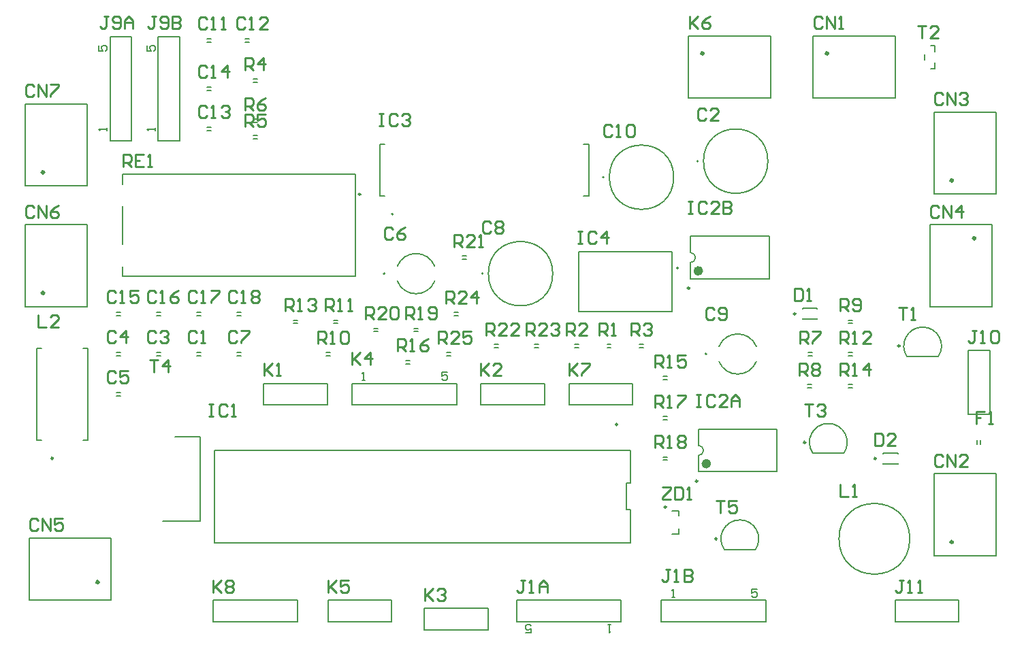
<source format=gto>
G04*
G04 #@! TF.GenerationSoftware,Altium Limited,Altium Designer,24.2.2 (26)*
G04*
G04 Layer_Color=65535*
%FSLAX44Y44*%
%MOMM*%
G71*
G04*
G04 #@! TF.SameCoordinates,10A94CF6-3787-4B2F-9572-986175F5FC9A*
G04*
G04*
G04 #@! TF.FilePolarity,Positive*
G04*
G01*
G75*
%ADD10C,0.4000*%
%ADD11C,0.2000*%
%ADD12C,0.1270*%
%ADD13C,0.6000*%
%ADD14C,0.2500*%
%ADD15C,0.1524*%
%ADD16C,0.2540*%
D10*
X-1135000Y56000D02*
G03*
X-1135000Y56000I-1000J0D01*
G01*
X-228000Y714000D02*
G03*
X-228000Y714000I-1000J0D01*
G01*
X-73000Y106000D02*
G03*
X-73000Y106000I-1000J0D01*
G01*
X-45000Y484000D02*
G03*
X-45000Y484000I-1000J0D01*
G01*
X-1203000Y566000D02*
G03*
X-1203000Y566000I-1000J0D01*
G01*
Y416000D02*
G03*
X-1203000Y416000I-1000J0D01*
G01*
X-73000Y556000D02*
G03*
X-73000Y556000I-1000J0D01*
G01*
X-383000Y714000D02*
G03*
X-383000Y714000I-1000J0D01*
G01*
D11*
X-506100Y560000D02*
G03*
X-506100Y560000I-1000J0D01*
G01*
X-768500Y514050D02*
G03*
X-768500Y514050I-1000J0D01*
G01*
X-378630Y340000D02*
G03*
X-378630Y340000I-1000J0D01*
G01*
X-399000Y453650D02*
G03*
X-399000Y466350I0J6350D01*
G01*
X-389000Y580000D02*
G03*
X-389000Y580000I-1000J0D01*
G01*
X-389000Y213650D02*
G03*
X-389000Y226350I0J6350D01*
G01*
X-207961Y216649D02*
G03*
X-246637Y216645I-19339J13352D01*
G01*
X-90661Y336648D02*
G03*
X-129337Y336645I-19339J13352D01*
G01*
X-414000Y447000D02*
G03*
X-414000Y447000I-1000J0D01*
G01*
X-656500Y440000D02*
G03*
X-656500Y440000I-1000J0D01*
G01*
X-317961Y96649D02*
G03*
X-356637Y96645I-19339J13352D01*
G01*
X-126000Y110000D02*
G03*
X-126000Y110000I-44000J0D01*
G01*
X-778630Y440000D02*
G03*
X-778630Y440000I-1000J0D01*
G01*
X-1119000Y34000D02*
Y111000D01*
X-1221000D02*
X-1119000D01*
X-1221000Y34000D02*
Y111000D01*
Y34000D02*
X-1119000D01*
X-999600Y727750D02*
X-994600D01*
X-999600Y732250D02*
X-994600D01*
X-952250D02*
X-947250D01*
X-952250Y727750D02*
X-947250D01*
X-999600Y622250D02*
X-994600D01*
X-999600Y617750D02*
X-994600D01*
X-999600Y672250D02*
X-994600D01*
X-999600Y667750D02*
X-994600D01*
X-1120550Y735000D02*
X-1093650D01*
X-1120550Y605000D02*
Y735000D01*
Y605000D02*
X-1093650D01*
Y735000D01*
X-1060550D02*
X-1033650D01*
X-1060550Y605000D02*
Y735000D01*
Y605000D02*
X-1033650D01*
Y735000D01*
X-942000Y678000D02*
X-937000D01*
X-942000Y682000D02*
X-937000D01*
X-942000Y608000D02*
X-937000D01*
X-942000Y612000D02*
X-937000D01*
X-942000Y628000D02*
X-937000D01*
X-942000Y632000D02*
X-937000D01*
X-301000Y433500D02*
Y486500D01*
X-399000Y466350D02*
Y486500D01*
Y433500D02*
Y453650D01*
Y486500D02*
X-301000D01*
X-399000Y433500D02*
X-301000D01*
X-1112500Y337750D02*
X-1107500D01*
X-1112500Y342250D02*
X-1107500D01*
X-252500Y338000D02*
X-247500D01*
X-252500Y342000D02*
X-247500D01*
X-253000Y298000D02*
X-248000D01*
X-253000Y302000D02*
X-248000D01*
X-202500Y378000D02*
X-197500D01*
X-202500Y382000D02*
X-197500D01*
X-246000Y659000D02*
Y736000D01*
Y659000D02*
X-144000D01*
Y736000D01*
X-246000D02*
X-144000D01*
X-1112500Y392250D02*
X-1107500D01*
X-1112500Y387750D02*
X-1107500D01*
X-852000Y342000D02*
X-847000D01*
X-852000Y338000D02*
X-847000D01*
X-1062500Y392250D02*
X-1057500D01*
X-1062500Y387750D02*
X-1057500D01*
X-842500Y382000D02*
X-837500D01*
X-842500Y378000D02*
X-837500D01*
X-892500Y382000D02*
X-887500D01*
X-892500Y378000D02*
X-887500D01*
X-202500Y342000D02*
X-197500D01*
X-202500Y338000D02*
X-197500D01*
X-202500Y302000D02*
X-197500D01*
X-202500Y298000D02*
X-197500D01*
X-432500Y312000D02*
X-427500D01*
X-432500Y308000D02*
X-427500D01*
X-1012500Y392250D02*
X-1007500D01*
X-1012500Y387750D02*
X-1007500D01*
X-752500Y332000D02*
X-747500D01*
X-752500Y328000D02*
X-747500D01*
X-291000Y193500D02*
Y246500D01*
X-389000Y226350D02*
Y246500D01*
Y193500D02*
Y213650D01*
Y246500D02*
X-291000D01*
X-389000Y193500D02*
X-291000D01*
X-432500Y262000D02*
X-427500D01*
X-432500Y258000D02*
X-427500D01*
X-962500Y392250D02*
X-957500D01*
X-962500Y387750D02*
X-957500D01*
X-246637Y216650D02*
X-207963D01*
X-792500Y372000D02*
X-787500D01*
X-792500Y368000D02*
X-787500D01*
X-682500Y462000D02*
X-677500D01*
X-682500Y458000D02*
X-677500D01*
X-1040000Y237300D02*
X-1008050D01*
Y131900D02*
Y237300D01*
X-1054950Y131900D02*
X-1008050D01*
X-432500Y212000D02*
X-427500D01*
X-432500Y208000D02*
X-427500D01*
X-129337Y336650D02*
X-90663D01*
X-1211500Y233100D02*
Y346900D01*
Y233100D02*
X-1205600D01*
X-1211500Y346900D02*
X-1205600D01*
X-1154400Y233100D02*
X-1148500D01*
X-1154400Y346900D02*
X-1148500D01*
Y233100D02*
Y346900D01*
X-107898Y706440D02*
Y712560D01*
X-100129Y695000D02*
X-94898D01*
Y715940D02*
Y724000D01*
Y695000D02*
Y703060D01*
X-100129Y724000D02*
X-94898D01*
X-742500Y372000D02*
X-737500D01*
X-742500Y368000D02*
X-737500D01*
X-96000Y89000D02*
X-19000D01*
Y191000D01*
X-96000D02*
X-19000D01*
X-96000Y89000D02*
Y191000D01*
X-101000Y501000D02*
X-24000D01*
X-101000Y399000D02*
Y501000D01*
Y399000D02*
X-24000D01*
Y501000D01*
X-144200Y33450D02*
X-65000D01*
Y6550D02*
Y33450D01*
X-144200Y6550D02*
X-65000D01*
X-144200D02*
Y33450D01*
X-26550Y265000D02*
Y344200D01*
X-53450Y265000D02*
X-26550D01*
X-53450D02*
Y344200D01*
X-26550D01*
X-1226000Y549000D02*
X-1149000D01*
Y651000D01*
X-1226000D02*
X-1149000D01*
X-1226000Y549000D02*
Y651000D01*
Y399000D02*
X-1149000D01*
Y501000D01*
X-1226000D02*
X-1149000D01*
X-1226000Y399000D02*
Y501000D01*
X-38000Y227500D02*
Y232500D01*
X-42000Y227500D02*
Y232500D01*
X-592500Y352000D02*
X-587500D01*
X-592500Y348000D02*
X-587500D01*
X-642500Y352000D02*
X-637500D01*
X-642500Y348000D02*
X-637500D01*
X-356637Y96650D02*
X-317964D01*
X-159000Y215765D02*
Y216750D01*
Y203250D02*
Y204235D01*
Y203250D02*
X-141000D01*
Y215765D02*
Y216750D01*
Y203250D02*
Y204235D01*
X-159000Y216750D02*
X-141000D01*
X-702000Y342000D02*
X-697000D01*
X-702000Y338000D02*
X-697000D01*
X-692500Y392000D02*
X-687500D01*
X-692500Y388000D02*
X-687500D01*
X-421650Y145100D02*
X-413500D01*
Y138500D02*
Y145100D01*
X-421650Y115900D02*
X-413500D01*
Y122500D01*
X-1105000Y436500D02*
X-815000D01*
X-1105000Y551250D02*
Y563500D01*
Y476250D02*
Y523750D01*
Y436500D02*
Y448750D01*
Y563500D02*
X-815000D01*
Y436500D02*
Y563500D01*
X-96000Y539000D02*
X-19000D01*
Y641000D01*
X-96000D02*
X-19000D01*
X-96000Y539000D02*
Y641000D01*
X-305000Y6550D02*
Y33450D01*
X-435000D02*
X-305000D01*
X-435000Y6550D02*
Y33450D01*
Y6550D02*
X-305000D01*
X-615000D02*
Y33450D01*
Y6550D02*
X-485000D01*
Y33450D01*
X-615000D02*
X-485000D01*
X-259000Y395765D02*
Y396750D01*
Y383250D02*
Y384235D01*
Y383250D02*
X-241000D01*
Y395765D02*
Y396750D01*
Y383250D02*
Y384235D01*
X-259000Y396750D02*
X-241000D01*
X-1012500Y337750D02*
X-1007500D01*
X-1012500Y342250D02*
X-1007500D01*
X-659600Y303450D02*
X-580400D01*
Y276550D02*
Y303450D01*
X-659600Y276550D02*
X-580400D01*
X-659600D02*
Y303450D01*
X-929600D02*
X-850400D01*
Y276550D02*
Y303450D01*
X-929600Y276550D02*
X-850400D01*
X-929600D02*
Y303450D01*
X-1062500Y337750D02*
X-1057500D01*
X-1062500Y342250D02*
X-1057500D01*
X-1112500Y287750D02*
X-1107500D01*
X-1112500Y292250D02*
X-1107500D01*
X-473138Y179312D02*
Y220475D01*
X-478137Y179312D02*
X-473138D01*
X-478137Y146382D02*
Y179312D01*
Y146382D02*
X-473138D01*
Y105220D02*
Y146382D01*
X-990663Y105220D02*
X-473138D01*
X-990663D02*
Y220475D01*
X-473138D01*
X-542500Y348000D02*
X-537500D01*
X-542500Y352000D02*
X-537500D01*
X-502500Y348000D02*
X-497500D01*
X-502500Y352000D02*
X-497500D01*
X-729600Y-3450D02*
X-650400D01*
X-729600D02*
Y23450D01*
X-650400D01*
Y-3450D02*
Y23450D01*
X-689600Y276550D02*
Y303450D01*
X-819600D02*
X-689600D01*
X-819600Y276550D02*
Y303450D01*
Y276550D02*
X-689600D01*
X-849600Y6550D02*
X-770400D01*
X-849600D02*
Y33450D01*
X-770400D01*
Y6550D02*
Y33450D01*
X-401000Y659000D02*
Y736000D01*
Y659000D02*
X-299000D01*
Y736000D01*
X-401000D02*
X-299000D01*
X-962500Y337750D02*
X-957500D01*
X-962500Y342250D02*
X-957500D01*
X-462500Y348000D02*
X-457500D01*
X-462500Y352000D02*
X-457500D01*
X-549600Y303450D02*
X-470400D01*
Y276550D02*
Y303450D01*
X-549600Y276550D02*
X-470400D01*
X-549600D02*
Y303450D01*
X-887700Y6550D02*
Y33450D01*
X-992300D02*
X-887700D01*
X-992300Y6550D02*
Y33450D01*
Y6550D02*
X-887700D01*
D12*
X-419600Y560000D02*
G03*
X-419600Y560000I-40000J0D01*
G01*
X-363180Y330635D02*
G03*
X-316820Y330635I23180J9365D01*
G01*
Y349365D02*
G03*
X-363180Y349365I-23180J-9365D01*
G01*
X-302500Y580000D02*
G03*
X-302500Y580000I-40000J0D01*
G01*
X-570000Y440000D02*
G03*
X-570000Y440000I-40000J0D01*
G01*
X-763180Y430635D02*
G03*
X-716820Y430635I23180J9365D01*
G01*
Y449365D02*
G03*
X-763180Y449365I-23180J-9365D01*
G01*
X-785200Y600900D02*
X-778950D01*
X-531450D02*
X-525200D01*
X-785200Y536900D02*
X-778950D01*
X-531450D02*
X-525200D01*
X-785200D02*
Y600900D01*
X-525200Y536900D02*
Y600900D01*
X-422000Y392500D02*
Y467500D01*
X-538000Y392500D02*
Y467500D01*
Y392500D02*
X-422000D01*
X-538000Y467500D02*
X-422000D01*
D13*
X-386000Y443500D02*
G03*
X-386000Y443500I-3000J0D01*
G01*
X-376000Y203500D02*
G03*
X-376000Y203500I-3000J0D01*
G01*
D14*
X-399850Y421900D02*
G03*
X-399850Y421900I-1250J0D01*
G01*
X-389850Y181900D02*
G03*
X-389850Y181900I-1250J0D01*
G01*
X-255550Y230000D02*
G03*
X-255550Y230000I-1250J0D01*
G01*
X-138250Y350000D02*
G03*
X-138250Y350000I-1250J0D01*
G01*
X-1191450Y210100D02*
G03*
X-1191450Y210100I-1250J0D01*
G01*
X-365550Y110000D02*
G03*
X-365550Y110000I-1250J0D01*
G01*
X-168000Y210000D02*
G03*
X-168000Y210000I-1250J0D01*
G01*
X-428750Y149500D02*
G03*
X-428750Y149500I-1250J0D01*
G01*
X-809000Y538750D02*
G03*
X-809000Y538750I-1250J0D01*
G01*
X-268000Y390000D02*
G03*
X-268000Y390000I-1250J0D01*
G01*
X-489350Y252250D02*
G03*
X-489350Y252250I-1250J0D01*
G01*
D15*
X-1134257Y723771D02*
Y717000D01*
X-1129178D01*
X-1130871Y720386D01*
Y722078D01*
X-1129178Y723771D01*
X-1125793D01*
X-1124100Y722078D01*
Y718693D01*
X-1125793Y717000D01*
X-1124100Y618000D02*
Y621385D01*
Y619693D01*
X-1134257D01*
X-1132564Y618000D01*
X-1074257Y723771D02*
Y717000D01*
X-1069178D01*
X-1070871Y720386D01*
Y722078D01*
X-1069178Y723771D01*
X-1065793D01*
X-1064100Y722078D01*
Y718693D01*
X-1065793Y717000D01*
X-1064100Y618000D02*
Y621385D01*
Y619693D01*
X-1074257D01*
X-1072564Y618000D01*
X-316229Y47157D02*
X-323000D01*
Y42078D01*
X-319614Y43771D01*
X-317922D01*
X-316229Y42078D01*
Y38693D01*
X-317922Y37000D01*
X-321307D01*
X-323000Y38693D01*
X-422000Y37000D02*
X-418615D01*
X-420307D01*
Y47157D01*
X-422000Y45464D01*
X-603771Y-7157D02*
X-597000D01*
Y-2078D01*
X-600386Y-3771D01*
X-602078D01*
X-603771Y-2078D01*
Y1307D01*
X-602078Y3000D01*
X-598693D01*
X-597000Y1307D01*
X-498000Y3000D02*
X-501386D01*
X-499693D01*
Y-7157D01*
X-498000Y-5464D01*
X-700829Y317157D02*
X-707600D01*
Y312078D01*
X-704214Y313771D01*
X-702522D01*
X-700829Y312078D01*
Y308693D01*
X-702522Y307000D01*
X-705907D01*
X-707600Y308693D01*
X-806600Y307000D02*
X-803214D01*
X-804907D01*
Y317157D01*
X-806600Y315464D01*
D16*
X-433152Y174741D02*
X-422995D01*
Y172202D01*
X-433152Y162045D01*
Y159506D01*
X-422995D01*
X-417917Y174741D02*
Y159506D01*
X-410299D01*
X-407760Y162045D01*
Y172202D01*
X-410299Y174741D01*
X-417917D01*
X-402682Y159506D02*
X-397603D01*
X-400143D01*
Y174741D01*
X-402682Y172202D01*
X-366858Y157723D02*
X-356701D01*
X-361780D01*
Y142488D01*
X-341466Y157723D02*
X-351623D01*
Y150105D01*
X-346545Y152645D01*
X-344005D01*
X-341466Y150105D01*
Y145027D01*
X-344005Y142488D01*
X-349084D01*
X-351623Y145027D01*
X-1071200Y332729D02*
X-1061043D01*
X-1066122D01*
Y317494D01*
X-1048347D02*
Y332729D01*
X-1055965Y325112D01*
X-1045808D01*
X-256876Y277611D02*
X-246719D01*
X-251798D01*
Y262376D01*
X-241641Y275072D02*
X-239102Y277611D01*
X-234023D01*
X-231484Y275072D01*
Y272533D01*
X-234023Y269993D01*
X-236563D01*
X-234023D01*
X-231484Y267454D01*
Y264915D01*
X-234023Y262376D01*
X-239102D01*
X-241641Y264915D01*
X-115652Y748781D02*
X-105495D01*
X-110574D01*
Y733546D01*
X-90260D02*
X-100417D01*
X-90260Y743703D01*
Y746242D01*
X-92799Y748781D01*
X-97878D01*
X-100417Y746242D01*
X-139528Y397499D02*
X-129371D01*
X-134450D01*
Y382264D01*
X-124293D02*
X-119215D01*
X-121754D01*
Y397499D01*
X-124293Y394960D01*
X-1104474Y573018D02*
Y588253D01*
X-1096857D01*
X-1094317Y585714D01*
Y580635D01*
X-1096857Y578096D01*
X-1104474D01*
X-1099396D02*
X-1094317Y573018D01*
X-1079082Y588253D02*
X-1089239D01*
Y573018D01*
X-1079082D01*
X-1089239Y580635D02*
X-1084161D01*
X-1074004Y573018D02*
X-1068925D01*
X-1071465D01*
Y588253D01*
X-1074004Y585714D01*
X-712298Y353308D02*
Y368543D01*
X-704680D01*
X-702141Y366004D01*
Y360925D01*
X-704680Y358386D01*
X-712298D01*
X-707220D02*
X-702141Y353308D01*
X-686906D02*
X-697063D01*
X-686906Y363465D01*
Y366004D01*
X-689445Y368543D01*
X-694524D01*
X-697063Y366004D01*
X-671671Y368543D02*
X-681828D01*
Y360925D01*
X-676749Y363465D01*
X-674210D01*
X-671671Y360925D01*
Y355847D01*
X-674210Y353308D01*
X-679289D01*
X-681828Y355847D01*
X-702646Y403346D02*
Y418581D01*
X-695029D01*
X-692489Y416042D01*
Y410964D01*
X-695029Y408424D01*
X-702646D01*
X-697568D02*
X-692489Y403346D01*
X-677254D02*
X-687411D01*
X-677254Y413503D01*
Y416042D01*
X-679793Y418581D01*
X-684872D01*
X-687411Y416042D01*
X-664558Y403346D02*
Y418581D01*
X-672176Y410964D01*
X-662019D01*
X-602824Y363468D02*
Y378703D01*
X-595206D01*
X-592667Y376164D01*
Y371086D01*
X-595206Y368546D01*
X-602824D01*
X-597746D02*
X-592667Y363468D01*
X-577432D02*
X-587589D01*
X-577432Y373625D01*
Y376164D01*
X-579971Y378703D01*
X-585050D01*
X-587589Y376164D01*
X-572354D02*
X-569815Y378703D01*
X-564736D01*
X-562197Y376164D01*
Y373625D01*
X-564736Y371086D01*
X-567276D01*
X-564736D01*
X-562197Y368546D01*
Y366007D01*
X-564736Y363468D01*
X-569815D01*
X-572354Y366007D01*
X-652608Y363468D02*
Y378703D01*
X-644990D01*
X-642451Y376164D01*
Y371086D01*
X-644990Y368546D01*
X-652608D01*
X-647530D02*
X-642451Y363468D01*
X-627216D02*
X-637373D01*
X-627216Y373625D01*
Y376164D01*
X-629755Y378703D01*
X-634834D01*
X-637373Y376164D01*
X-611981Y363468D02*
X-622138D01*
X-611981Y373625D01*
Y376164D01*
X-614520Y378703D01*
X-619599D01*
X-622138Y376164D01*
X-692740Y473450D02*
Y488685D01*
X-685123D01*
X-682583Y486146D01*
Y481068D01*
X-685123Y478528D01*
X-692740D01*
X-687662D02*
X-682583Y473450D01*
X-667348D02*
X-677505D01*
X-667348Y483607D01*
Y486146D01*
X-669887Y488685D01*
X-674966D01*
X-677505Y486146D01*
X-662270Y473450D02*
X-657191D01*
X-659731D01*
Y488685D01*
X-662270Y486146D01*
X-802722Y383280D02*
Y398515D01*
X-795105D01*
X-792565Y395976D01*
Y390897D01*
X-795105Y388358D01*
X-802722D01*
X-797644D02*
X-792565Y383280D01*
X-777330D02*
X-787487D01*
X-777330Y393437D01*
Y395976D01*
X-779869Y398515D01*
X-784948D01*
X-787487Y395976D01*
X-772252D02*
X-769713Y398515D01*
X-764634D01*
X-762095Y395976D01*
Y385819D01*
X-764634Y383280D01*
X-769713D01*
X-772252Y385819D01*
Y395976D01*
X-752684Y383280D02*
Y398515D01*
X-745067D01*
X-742527Y395976D01*
Y390897D01*
X-745067Y388358D01*
X-752684D01*
X-747606D02*
X-742527Y383280D01*
X-737449D02*
X-732371D01*
X-734910D01*
Y398515D01*
X-737449Y395976D01*
X-724753Y385819D02*
X-722214Y383280D01*
X-717135D01*
X-714596Y385819D01*
Y395976D01*
X-717135Y398515D01*
X-722214D01*
X-724753Y395976D01*
Y393437D01*
X-722214Y390897D01*
X-714596D01*
X-442804Y223260D02*
Y238495D01*
X-435187D01*
X-432647Y235956D01*
Y230877D01*
X-435187Y228338D01*
X-442804D01*
X-437726D02*
X-432647Y223260D01*
X-427569D02*
X-422491D01*
X-425030D01*
Y238495D01*
X-427569Y235956D01*
X-414873D02*
X-412334Y238495D01*
X-407256D01*
X-404716Y235956D01*
Y233417D01*
X-407256Y230877D01*
X-404716Y228338D01*
Y225799D01*
X-407256Y223260D01*
X-412334D01*
X-414873Y225799D01*
Y228338D01*
X-412334Y230877D01*
X-414873Y233417D01*
Y235956D01*
X-412334Y230877D02*
X-407256D01*
X-442804Y273298D02*
Y288533D01*
X-435187D01*
X-432647Y285994D01*
Y280916D01*
X-435187Y278376D01*
X-442804D01*
X-437726D02*
X-432647Y273298D01*
X-427569D02*
X-422491D01*
X-425030D01*
Y288533D01*
X-427569Y285994D01*
X-414873Y288533D02*
X-404716D01*
Y285994D01*
X-414873Y275837D01*
Y273298D01*
X-762590Y343402D02*
Y358637D01*
X-754973D01*
X-752433Y356098D01*
Y351020D01*
X-754973Y348480D01*
X-762590D01*
X-757512D02*
X-752433Y343402D01*
X-747355D02*
X-742277D01*
X-744816D01*
Y358637D01*
X-747355Y356098D01*
X-724502Y358637D02*
X-729581Y356098D01*
X-734659Y351020D01*
Y345941D01*
X-732120Y343402D01*
X-727041D01*
X-724502Y345941D01*
Y348480D01*
X-727041Y351020D01*
X-734659D01*
X-442804Y323336D02*
Y338571D01*
X-435187D01*
X-432647Y336032D01*
Y330953D01*
X-435187Y328414D01*
X-442804D01*
X-437726D02*
X-432647Y323336D01*
X-427569D02*
X-422491D01*
X-425030D01*
Y338571D01*
X-427569Y336032D01*
X-404716Y338571D02*
X-414873D01*
Y330953D01*
X-409795Y333493D01*
X-407256D01*
X-404716Y330953D01*
Y325875D01*
X-407256Y323336D01*
X-412334D01*
X-414873Y325875D01*
X-212680Y313430D02*
Y328665D01*
X-205063D01*
X-202523Y326126D01*
Y321048D01*
X-205063Y318508D01*
X-212680D01*
X-207602D02*
X-202523Y313430D01*
X-197445D02*
X-192367D01*
X-194906D01*
Y328665D01*
X-197445Y326126D01*
X-177132Y313430D02*
Y328665D01*
X-184749Y321048D01*
X-174592D01*
X-902798Y393440D02*
Y408675D01*
X-895181D01*
X-892641Y406136D01*
Y401058D01*
X-895181Y398518D01*
X-902798D01*
X-897720D02*
X-892641Y393440D01*
X-887563D02*
X-882485D01*
X-885024D01*
Y408675D01*
X-887563Y406136D01*
X-874867D02*
X-872328Y408675D01*
X-867250D01*
X-864710Y406136D01*
Y403597D01*
X-867250Y401058D01*
X-869789D01*
X-867250D01*
X-864710Y398518D01*
Y395979D01*
X-867250Y393440D01*
X-872328D01*
X-874867Y395979D01*
X-212680Y353308D02*
Y368543D01*
X-205063D01*
X-202523Y366004D01*
Y360925D01*
X-205063Y358386D01*
X-212680D01*
X-207602D02*
X-202523Y353308D01*
X-197445D02*
X-192367D01*
X-194906D01*
Y368543D01*
X-197445Y366004D01*
X-174592Y353308D02*
X-184749D01*
X-174592Y363465D01*
Y366004D01*
X-177132Y368543D01*
X-182210D01*
X-184749Y366004D01*
X-852760Y393440D02*
Y408675D01*
X-845143D01*
X-842603Y406136D01*
Y401058D01*
X-845143Y398518D01*
X-852760D01*
X-847682D02*
X-842603Y393440D01*
X-837525D02*
X-832447D01*
X-834986D01*
Y408675D01*
X-837525Y406136D01*
X-824829Y393440D02*
X-819751D01*
X-822290D01*
Y408675D01*
X-824829Y406136D01*
X-862158Y353308D02*
Y368543D01*
X-854540D01*
X-852001Y366004D01*
Y360925D01*
X-854540Y358386D01*
X-862158D01*
X-857080D02*
X-852001Y353308D01*
X-846923D02*
X-841845D01*
X-844384D01*
Y368543D01*
X-846923Y366004D01*
X-834227D02*
X-831688Y368543D01*
X-826609D01*
X-824070Y366004D01*
Y355847D01*
X-826609Y353308D01*
X-831688D01*
X-834227Y355847D01*
Y366004D01*
X-212680Y393440D02*
Y408675D01*
X-205063D01*
X-202523Y406136D01*
Y401058D01*
X-205063Y398518D01*
X-212680D01*
X-207602D02*
X-202523Y393440D01*
X-197445Y395979D02*
X-194906Y393440D01*
X-189827D01*
X-187288Y395979D01*
Y406136D01*
X-189827Y408675D01*
X-194906D01*
X-197445Y406136D01*
Y403597D01*
X-194906Y401058D01*
X-187288D01*
X-263226Y313430D02*
Y328665D01*
X-255609D01*
X-253069Y326126D01*
Y321048D01*
X-255609Y318508D01*
X-263226D01*
X-258148D02*
X-253069Y313430D01*
X-247991Y326126D02*
X-245452Y328665D01*
X-240373D01*
X-237834Y326126D01*
Y323587D01*
X-240373Y321048D01*
X-237834Y318508D01*
Y315969D01*
X-240373Y313430D01*
X-245452D01*
X-247991Y315969D01*
Y318508D01*
X-245452Y321048D01*
X-247991Y323587D01*
Y326126D01*
X-245452Y321048D02*
X-240373D01*
X-262718Y353308D02*
Y368543D01*
X-255100D01*
X-252561Y366004D01*
Y360925D01*
X-255100Y358386D01*
X-262718D01*
X-257640D02*
X-252561Y353308D01*
X-247483Y368543D02*
X-237326D01*
Y366004D01*
X-247483Y355847D01*
Y353308D01*
X-952328Y643376D02*
Y658611D01*
X-944710D01*
X-942171Y656072D01*
Y650993D01*
X-944710Y648454D01*
X-952328D01*
X-947250D02*
X-942171Y643376D01*
X-926936Y658611D02*
X-932015Y656072D01*
X-937093Y650993D01*
Y645915D01*
X-934554Y643376D01*
X-929475D01*
X-926936Y645915D01*
Y648454D01*
X-929475Y650993D01*
X-937093D01*
X-952328Y623310D02*
Y638545D01*
X-944710D01*
X-942171Y636006D01*
Y630928D01*
X-944710Y628388D01*
X-952328D01*
X-947250D02*
X-942171Y623310D01*
X-926936Y638545D02*
X-937093D01*
Y630928D01*
X-932015Y633467D01*
X-929475D01*
X-926936Y630928D01*
Y625849D01*
X-929475Y623310D01*
X-934554D01*
X-937093Y625849D01*
X-952328Y693414D02*
Y708649D01*
X-944710D01*
X-942171Y706110D01*
Y701031D01*
X-944710Y698492D01*
X-952328D01*
X-947250D02*
X-942171Y693414D01*
X-929475D02*
Y708649D01*
X-937093Y701031D01*
X-926936D01*
X-472776Y363468D02*
Y378703D01*
X-465159D01*
X-462619Y376164D01*
Y371086D01*
X-465159Y368546D01*
X-472776D01*
X-467698D02*
X-462619Y363468D01*
X-457541Y376164D02*
X-455002Y378703D01*
X-449923D01*
X-447384Y376164D01*
Y373625D01*
X-449923Y371086D01*
X-452463D01*
X-449923D01*
X-447384Y368546D01*
Y366007D01*
X-449923Y363468D01*
X-455002D01*
X-457541Y366007D01*
X-552786Y363468D02*
Y378703D01*
X-545168D01*
X-542629Y376164D01*
Y371086D01*
X-545168Y368546D01*
X-552786D01*
X-547708D02*
X-542629Y363468D01*
X-527394D02*
X-537551D01*
X-527394Y373625D01*
Y376164D01*
X-529933Y378703D01*
X-535012D01*
X-537551Y376164D01*
X-512654Y363468D02*
Y378703D01*
X-505037D01*
X-502497Y376164D01*
Y371086D01*
X-505037Y368546D01*
X-512654D01*
X-507576D02*
X-502497Y363468D01*
X-497419D02*
X-492341D01*
X-494880D01*
Y378703D01*
X-497419Y376164D01*
X-1210138Y388609D02*
Y373374D01*
X-1199981D01*
X-1184746D02*
X-1194903D01*
X-1184746Y383531D01*
Y386070D01*
X-1187285Y388609D01*
X-1192364D01*
X-1194903Y386070D01*
X-212680Y178043D02*
Y162808D01*
X-202523D01*
X-197445D02*
X-192367D01*
X-194906D01*
Y178043D01*
X-197445Y175504D01*
X-991952Y58663D02*
Y43428D01*
Y48506D01*
X-981795Y58663D01*
X-989413Y51045D01*
X-981795Y43428D01*
X-976717Y56124D02*
X-974178Y58663D01*
X-969099D01*
X-966560Y56124D01*
Y53585D01*
X-969099Y51045D01*
X-966560Y48506D01*
Y45967D01*
X-969099Y43428D01*
X-974178D01*
X-976717Y45967D01*
Y48506D01*
X-974178Y51045D01*
X-976717Y53585D01*
Y56124D01*
X-974178Y51045D02*
X-969099D01*
X-549230Y328665D02*
Y313430D01*
Y318508D01*
X-539073Y328665D01*
X-546691Y321048D01*
X-539073Y313430D01*
X-533995Y328665D02*
X-523838D01*
Y326126D01*
X-533995Y315969D01*
Y313430D01*
X-399878Y760465D02*
Y745230D01*
Y750308D01*
X-389721Y760465D01*
X-397339Y752848D01*
X-389721Y745230D01*
X-374486Y760465D02*
X-379565Y757926D01*
X-384643Y752848D01*
Y747769D01*
X-382104Y745230D01*
X-377025D01*
X-374486Y747769D01*
Y750308D01*
X-377025Y752848D01*
X-384643D01*
X-849204Y58663D02*
Y43428D01*
Y48506D01*
X-839047Y58663D01*
X-846665Y51045D01*
X-839047Y43428D01*
X-823812Y58663D02*
X-833969D01*
Y51045D01*
X-828891Y53585D01*
X-826351D01*
X-823812Y51045D01*
Y45967D01*
X-826351Y43428D01*
X-831430D01*
X-833969Y45967D01*
X-819232Y341619D02*
Y326384D01*
Y331462D01*
X-809075Y341619D01*
X-816693Y334002D01*
X-809075Y326384D01*
X-796379D02*
Y341619D01*
X-803997Y334002D01*
X-793840D01*
X-729316Y48503D02*
Y33268D01*
Y38346D01*
X-719159Y48503D01*
X-726777Y40886D01*
X-719159Y33268D01*
X-714081Y45964D02*
X-711542Y48503D01*
X-706463D01*
X-703924Y45964D01*
Y43425D01*
X-706463Y40886D01*
X-709003D01*
X-706463D01*
X-703924Y38346D01*
Y35807D01*
X-706463Y33268D01*
X-711542D01*
X-714081Y35807D01*
X-659212Y328665D02*
Y313430D01*
Y318508D01*
X-649055Y328665D01*
X-656673Y321048D01*
X-649055Y313430D01*
X-633820D02*
X-643977D01*
X-633820Y323587D01*
Y326126D01*
X-636359Y328665D01*
X-641438D01*
X-643977Y326126D01*
X-929214Y328665D02*
Y313430D01*
Y318508D01*
X-919057Y328665D01*
X-926675Y321048D01*
X-919057Y313430D01*
X-913979D02*
X-908901D01*
X-911440D01*
Y328665D01*
X-913979Y326126D01*
X-133689Y58663D02*
X-138768D01*
X-136229D01*
Y45967D01*
X-138768Y43428D01*
X-141307D01*
X-143846Y45967D01*
X-128611Y43428D02*
X-123533D01*
X-126072D01*
Y58663D01*
X-128611Y56124D01*
X-115915Y43428D02*
X-110837D01*
X-113376D01*
Y58663D01*
X-115915Y56124D01*
X-43011Y369305D02*
X-48090D01*
X-45550D01*
Y356609D01*
X-48090Y354070D01*
X-50629D01*
X-53168Y356609D01*
X-37933Y354070D02*
X-32855D01*
X-35394D01*
Y369305D01*
X-37933Y366766D01*
X-25237D02*
X-22698Y369305D01*
X-17620D01*
X-15080Y366766D01*
Y356609D01*
X-17620Y354070D01*
X-22698D01*
X-25237Y356609D01*
Y366766D01*
X-1063075Y760211D02*
X-1068154D01*
X-1065614D01*
Y747515D01*
X-1068154Y744976D01*
X-1070693D01*
X-1073232Y747515D01*
X-1057997D02*
X-1055458Y744976D01*
X-1050379D01*
X-1047840Y747515D01*
Y757672D01*
X-1050379Y760211D01*
X-1055458D01*
X-1057997Y757672D01*
Y755133D01*
X-1055458Y752594D01*
X-1047840D01*
X-1042762Y760211D02*
Y744976D01*
X-1035144D01*
X-1032605Y747515D01*
Y750054D01*
X-1035144Y752594D01*
X-1042762D01*
X-1035144D01*
X-1032605Y755133D01*
Y757672D01*
X-1035144Y760211D01*
X-1042762D01*
X-1123019D02*
X-1128098D01*
X-1125558D01*
Y747515D01*
X-1128098Y744976D01*
X-1130637D01*
X-1133176Y747515D01*
X-1117941D02*
X-1115402Y744976D01*
X-1110323D01*
X-1107784Y747515D01*
Y757672D01*
X-1110323Y760211D01*
X-1115402D01*
X-1117941Y757672D01*
Y755133D01*
X-1115402Y752594D01*
X-1107784D01*
X-1102706Y744976D02*
Y755133D01*
X-1097627Y760211D01*
X-1092549Y755133D01*
Y744976D01*
Y752594D01*
X-1102706D01*
X-424519Y71617D02*
X-429598D01*
X-427058D01*
Y58921D01*
X-429598Y56382D01*
X-432137D01*
X-434676Y58921D01*
X-419441Y56382D02*
X-414363D01*
X-416902D01*
Y71617D01*
X-419441Y69078D01*
X-406745Y71617D02*
Y56382D01*
X-399128D01*
X-396588Y58921D01*
Y61460D01*
X-399128Y64000D01*
X-406745D01*
X-399128D01*
X-396588Y66539D01*
Y69078D01*
X-399128Y71617D01*
X-406745D01*
X-604605Y58663D02*
X-609684D01*
X-607145D01*
Y45967D01*
X-609684Y43428D01*
X-612223D01*
X-614762Y45967D01*
X-599527Y43428D02*
X-594449D01*
X-596988D01*
Y58663D01*
X-599527Y56124D01*
X-586831Y43428D02*
Y53585D01*
X-581753Y58663D01*
X-576674Y53585D01*
Y43428D01*
Y51045D01*
X-586831D01*
X-538308Y493003D02*
X-533230D01*
X-535769D01*
Y477768D01*
X-538308D01*
X-533230D01*
X-515455Y490464D02*
X-517995Y493003D01*
X-523073D01*
X-525612Y490464D01*
Y480307D01*
X-523073Y477768D01*
X-517995D01*
X-515455Y480307D01*
X-502760Y477768D02*
Y493003D01*
X-510377Y485386D01*
X-500220D01*
X-785450Y639307D02*
X-780372D01*
X-782911D01*
Y624072D01*
X-785450D01*
X-780372D01*
X-762597Y636768D02*
X-765137Y639307D01*
X-770215D01*
X-772754Y636768D01*
Y626611D01*
X-770215Y624072D01*
X-765137D01*
X-762597Y626611D01*
X-757519Y636768D02*
X-754980Y639307D01*
X-749902D01*
X-747362Y636768D01*
Y634229D01*
X-749902Y631689D01*
X-752441D01*
X-749902D01*
X-747362Y629150D01*
Y626611D01*
X-749902Y624072D01*
X-754980D01*
X-757519Y626611D01*
X-401148Y529579D02*
X-396070D01*
X-398609D01*
Y514344D01*
X-401148D01*
X-396070D01*
X-378295Y527040D02*
X-380835Y529579D01*
X-385913D01*
X-388452Y527040D01*
Y516883D01*
X-385913Y514344D01*
X-380835D01*
X-378295Y516883D01*
X-363060Y514344D02*
X-373217D01*
X-363060Y524501D01*
Y527040D01*
X-365600Y529579D01*
X-370678D01*
X-373217Y527040D01*
X-357982Y529579D02*
Y514344D01*
X-350364D01*
X-347825Y516883D01*
Y519422D01*
X-350364Y521962D01*
X-357982D01*
X-350364D01*
X-347825Y524501D01*
Y527040D01*
X-350364Y529579D01*
X-357982D01*
X-390988Y289549D02*
X-385910D01*
X-388449D01*
Y274314D01*
X-390988D01*
X-385910D01*
X-368135Y287010D02*
X-370675Y289549D01*
X-375753D01*
X-378292Y287010D01*
Y276853D01*
X-375753Y274314D01*
X-370675D01*
X-368135Y276853D01*
X-352900Y274314D02*
X-363057D01*
X-352900Y284471D01*
Y287010D01*
X-355439Y289549D01*
X-360518D01*
X-363057Y287010D01*
X-347822Y274314D02*
Y284471D01*
X-342744Y289549D01*
X-337665Y284471D01*
Y274314D01*
Y281931D01*
X-347822D01*
X-997540Y277611D02*
X-992462D01*
X-995001D01*
Y262376D01*
X-997540D01*
X-992462D01*
X-974687Y275072D02*
X-977227Y277611D01*
X-982305D01*
X-984844Y275072D01*
Y264915D01*
X-982305Y262376D01*
X-977227D01*
X-974687Y264915D01*
X-969609Y262376D02*
X-964531D01*
X-967070D01*
Y277611D01*
X-969609Y275072D01*
X-33105Y268213D02*
X-43262D01*
Y260595D01*
X-38184D01*
X-43262D01*
Y252978D01*
X-28027D02*
X-22949D01*
X-25488D01*
Y268213D01*
X-28027Y265674D01*
X-169246Y241543D02*
Y226308D01*
X-161628D01*
X-159089Y228847D01*
Y239004D01*
X-161628Y241543D01*
X-169246D01*
X-143854Y226308D02*
X-154011D01*
X-143854Y236465D01*
Y239004D01*
X-146393Y241543D01*
X-151472D01*
X-154011Y239004D01*
X-269322Y421629D02*
Y406394D01*
X-261705D01*
X-259165Y408933D01*
Y419090D01*
X-261705Y421629D01*
X-269322D01*
X-254087Y406394D02*
X-249009D01*
X-251548D01*
Y421629D01*
X-254087Y419090D01*
X-1214713Y672836D02*
X-1217253Y675375D01*
X-1222331D01*
X-1224870Y672836D01*
Y662679D01*
X-1222331Y660140D01*
X-1217253D01*
X-1214713Y662679D01*
X-1209635Y660140D02*
Y675375D01*
X-1199478Y660140D01*
Y675375D01*
X-1194400D02*
X-1184243D01*
Y672836D01*
X-1194400Y662679D01*
Y660140D01*
X-1214713Y522722D02*
X-1217253Y525261D01*
X-1222331D01*
X-1224870Y522722D01*
Y512565D01*
X-1222331Y510026D01*
X-1217253D01*
X-1214713Y512565D01*
X-1209635Y510026D02*
Y525261D01*
X-1199478Y510026D01*
Y525261D01*
X-1184243D02*
X-1189322Y522722D01*
X-1194400Y517644D01*
Y512565D01*
X-1191861Y510026D01*
X-1186782D01*
X-1184243Y512565D01*
Y515104D01*
X-1186782Y517644D01*
X-1194400D01*
X-1209887Y132832D02*
X-1212427Y135371D01*
X-1217505D01*
X-1220044Y132832D01*
Y122675D01*
X-1217505Y120136D01*
X-1212427D01*
X-1209887Y122675D01*
X-1204809Y120136D02*
Y135371D01*
X-1194652Y120136D01*
Y135371D01*
X-1179417D02*
X-1189574D01*
Y127753D01*
X-1184495Y130293D01*
X-1181956D01*
X-1179417Y127753D01*
Y122675D01*
X-1181956Y120136D01*
X-1187035D01*
X-1189574Y122675D01*
X-89747Y522722D02*
X-92287Y525261D01*
X-97365D01*
X-99904Y522722D01*
Y512565D01*
X-97365Y510026D01*
X-92287D01*
X-89747Y512565D01*
X-84669Y510026D02*
Y525261D01*
X-74512Y510026D01*
Y525261D01*
X-61816Y510026D02*
Y525261D01*
X-69434Y517644D01*
X-59277D01*
X-84921Y662930D02*
X-87460Y665469D01*
X-92539D01*
X-95078Y662930D01*
Y652773D01*
X-92539Y650234D01*
X-87460D01*
X-84921Y652773D01*
X-79843Y650234D02*
Y665469D01*
X-69686Y650234D01*
Y665469D01*
X-64608Y662930D02*
X-62069Y665469D01*
X-56990D01*
X-54451Y662930D01*
Y660391D01*
X-56990Y657851D01*
X-59530D01*
X-56990D01*
X-54451Y655312D01*
Y652773D01*
X-56990Y650234D01*
X-62069D01*
X-64608Y652773D01*
X-84921Y212842D02*
X-87460Y215381D01*
X-92539D01*
X-95078Y212842D01*
Y202685D01*
X-92539Y200146D01*
X-87460D01*
X-84921Y202685D01*
X-79843Y200146D02*
Y215381D01*
X-69686Y200146D01*
Y215381D01*
X-54451Y200146D02*
X-64608D01*
X-54451Y210303D01*
Y212842D01*
X-56990Y215381D01*
X-62069D01*
X-64608Y212842D01*
X-234781Y757926D02*
X-237320Y760465D01*
X-242399D01*
X-244938Y757926D01*
Y747769D01*
X-242399Y745230D01*
X-237320D01*
X-234781Y747769D01*
X-229703Y745230D02*
Y760465D01*
X-219546Y745230D01*
Y760465D01*
X-214468Y745230D02*
X-209389D01*
X-211929D01*
Y760465D01*
X-214468Y757926D01*
X-962999Y416550D02*
X-965538Y419089D01*
X-970617D01*
X-973156Y416550D01*
Y406393D01*
X-970617Y403854D01*
X-965538D01*
X-962999Y406393D01*
X-957921Y403854D02*
X-952843D01*
X-955382D01*
Y419089D01*
X-957921Y416550D01*
X-945225D02*
X-942686Y419089D01*
X-937607D01*
X-935068Y416550D01*
Y414011D01*
X-937607Y411471D01*
X-935068Y408932D01*
Y406393D01*
X-937607Y403854D01*
X-942686D01*
X-945225Y406393D01*
Y408932D01*
X-942686Y411471D01*
X-945225Y414011D01*
Y416550D01*
X-942686Y411471D02*
X-937607D01*
X-1013037Y416550D02*
X-1015576Y419089D01*
X-1020655D01*
X-1023194Y416550D01*
Y406393D01*
X-1020655Y403854D01*
X-1015576D01*
X-1013037Y406393D01*
X-1007959Y403854D02*
X-1002881D01*
X-1005420D01*
Y419089D01*
X-1007959Y416550D01*
X-995263Y419089D02*
X-985106D01*
Y416550D01*
X-995263Y406393D01*
Y403854D01*
X-1063075Y416550D02*
X-1065614Y419089D01*
X-1070693D01*
X-1073232Y416550D01*
Y406393D01*
X-1070693Y403854D01*
X-1065614D01*
X-1063075Y406393D01*
X-1057997Y403854D02*
X-1052919D01*
X-1055458D01*
Y419089D01*
X-1057997Y416550D01*
X-1035144Y419089D02*
X-1040223Y416550D01*
X-1045301Y411471D01*
Y406393D01*
X-1042762Y403854D01*
X-1037683D01*
X-1035144Y406393D01*
Y408932D01*
X-1037683Y411471D01*
X-1045301D01*
X-1113113Y416550D02*
X-1115652Y419089D01*
X-1120731D01*
X-1123270Y416550D01*
Y406393D01*
X-1120731Y403854D01*
X-1115652D01*
X-1113113Y406393D01*
X-1108035Y403854D02*
X-1102957D01*
X-1105496D01*
Y419089D01*
X-1108035Y416550D01*
X-1085182Y419089D02*
X-1095339D01*
Y411471D01*
X-1090261Y414011D01*
X-1087721D01*
X-1085182Y411471D01*
Y406393D01*
X-1087721Y403854D01*
X-1092800D01*
X-1095339Y406393D01*
X-1000083Y696458D02*
X-1002623Y698997D01*
X-1007701D01*
X-1010240Y696458D01*
Y686301D01*
X-1007701Y683762D01*
X-1002623D01*
X-1000083Y686301D01*
X-995005Y683762D02*
X-989927D01*
X-992466D01*
Y698997D01*
X-995005Y696458D01*
X-974691Y683762D02*
Y698997D01*
X-982309Y691379D01*
X-972152D01*
X-1000083Y646674D02*
X-1002623Y649213D01*
X-1007701D01*
X-1010240Y646674D01*
Y636517D01*
X-1007701Y633978D01*
X-1002623D01*
X-1000083Y636517D01*
X-995005Y633978D02*
X-989927D01*
X-992466D01*
Y649213D01*
X-995005Y646674D01*
X-982309D02*
X-979770Y649213D01*
X-974691D01*
X-972152Y646674D01*
Y644135D01*
X-974691Y641596D01*
X-977231D01*
X-974691D01*
X-972152Y639056D01*
Y636517D01*
X-974691Y633978D01*
X-979770D01*
X-982309Y636517D01*
X-952839Y756656D02*
X-955378Y759195D01*
X-960457D01*
X-962996Y756656D01*
Y746499D01*
X-960457Y743960D01*
X-955378D01*
X-952839Y746499D01*
X-947761Y743960D02*
X-942683D01*
X-945222D01*
Y759195D01*
X-947761Y756656D01*
X-924908Y743960D02*
X-935065D01*
X-924908Y754117D01*
Y756656D01*
X-927448Y759195D01*
X-932526D01*
X-935065Y756656D01*
X-1000083D02*
X-1002623Y759195D01*
X-1007701D01*
X-1010240Y756656D01*
Y746499D01*
X-1007701Y743960D01*
X-1002623D01*
X-1000083Y746499D01*
X-995005Y743960D02*
X-989927D01*
X-992466D01*
Y759195D01*
X-995005Y756656D01*
X-982309Y743960D02*
X-977231D01*
X-979770D01*
Y759195D01*
X-982309Y756656D01*
X-496401Y623052D02*
X-498941Y625591D01*
X-504019D01*
X-506558Y623052D01*
Y612895D01*
X-504019Y610356D01*
X-498941D01*
X-496401Y612895D01*
X-491323Y610356D02*
X-486245D01*
X-488784D01*
Y625591D01*
X-491323Y623052D01*
X-478627D02*
X-476088Y625591D01*
X-471009D01*
X-468470Y623052D01*
Y612895D01*
X-471009Y610356D01*
X-476088D01*
X-478627Y612895D01*
Y623052D01*
X-368893Y395214D02*
X-371432Y397753D01*
X-376511D01*
X-379050Y395214D01*
Y385057D01*
X-376511Y382518D01*
X-371432D01*
X-368893Y385057D01*
X-363815D02*
X-361276Y382518D01*
X-356197D01*
X-353658Y385057D01*
Y395214D01*
X-356197Y397753D01*
X-361276D01*
X-363815Y395214D01*
Y392675D01*
X-361276Y390135D01*
X-353658D01*
X-646769Y503164D02*
X-649308Y505703D01*
X-654387D01*
X-656926Y503164D01*
Y493007D01*
X-654387Y490468D01*
X-649308D01*
X-646769Y493007D01*
X-641691Y503164D02*
X-639152Y505703D01*
X-634073D01*
X-631534Y503164D01*
Y500625D01*
X-634073Y498086D01*
X-631534Y495546D01*
Y493007D01*
X-634073Y490468D01*
X-639152D01*
X-641691Y493007D01*
Y495546D01*
X-639152Y498086D01*
X-641691Y500625D01*
Y503164D01*
X-639152Y498086D02*
X-634073D01*
X-962999Y366512D02*
X-965538Y369051D01*
X-970617D01*
X-973156Y366512D01*
Y356355D01*
X-970617Y353816D01*
X-965538D01*
X-962999Y356355D01*
X-957921Y369051D02*
X-947764D01*
Y366512D01*
X-957921Y356355D01*
Y353816D01*
X-768943Y495290D02*
X-771482Y497829D01*
X-776561D01*
X-779100Y495290D01*
Y485133D01*
X-776561Y482594D01*
X-771482D01*
X-768943Y485133D01*
X-753708Y497829D02*
X-758787Y495290D01*
X-763865Y490211D01*
Y485133D01*
X-761326Y482594D01*
X-756247D01*
X-753708Y485133D01*
Y487672D01*
X-756247Y490211D01*
X-763865D01*
X-1113113Y316474D02*
X-1115652Y319013D01*
X-1120731D01*
X-1123270Y316474D01*
Y306317D01*
X-1120731Y303778D01*
X-1115652D01*
X-1113113Y306317D01*
X-1097878Y319013D02*
X-1108035D01*
Y311395D01*
X-1102957Y313935D01*
X-1100417D01*
X-1097878Y311395D01*
Y306317D01*
X-1100417Y303778D01*
X-1105496D01*
X-1108035Y306317D01*
X-1113113Y366512D02*
X-1115652Y369051D01*
X-1120731D01*
X-1123270Y366512D01*
Y356355D01*
X-1120731Y353816D01*
X-1115652D01*
X-1113113Y356355D01*
X-1100417Y353816D02*
Y369051D01*
X-1108035Y361433D01*
X-1097878D01*
X-1063075Y366512D02*
X-1065614Y369051D01*
X-1070693D01*
X-1073232Y366512D01*
Y356355D01*
X-1070693Y353816D01*
X-1065614D01*
X-1063075Y356355D01*
X-1057997Y366512D02*
X-1055458Y369051D01*
X-1050379D01*
X-1047840Y366512D01*
Y363973D01*
X-1050379Y361433D01*
X-1052919D01*
X-1050379D01*
X-1047840Y358894D01*
Y356355D01*
X-1050379Y353816D01*
X-1055458D01*
X-1057997Y356355D01*
X-379307Y643118D02*
X-381847Y645657D01*
X-386925D01*
X-389464Y643118D01*
Y632961D01*
X-386925Y630422D01*
X-381847D01*
X-379307Y632961D01*
X-364072Y630422D02*
X-374229D01*
X-364072Y640579D01*
Y643118D01*
X-366611Y645657D01*
X-371690D01*
X-374229Y643118D01*
X-1013037Y366512D02*
X-1015576Y369051D01*
X-1020655D01*
X-1023194Y366512D01*
Y356355D01*
X-1020655Y353816D01*
X-1015576D01*
X-1013037Y356355D01*
X-1007959Y353816D02*
X-1002881D01*
X-1005420D01*
Y369051D01*
X-1007959Y366512D01*
M02*

</source>
